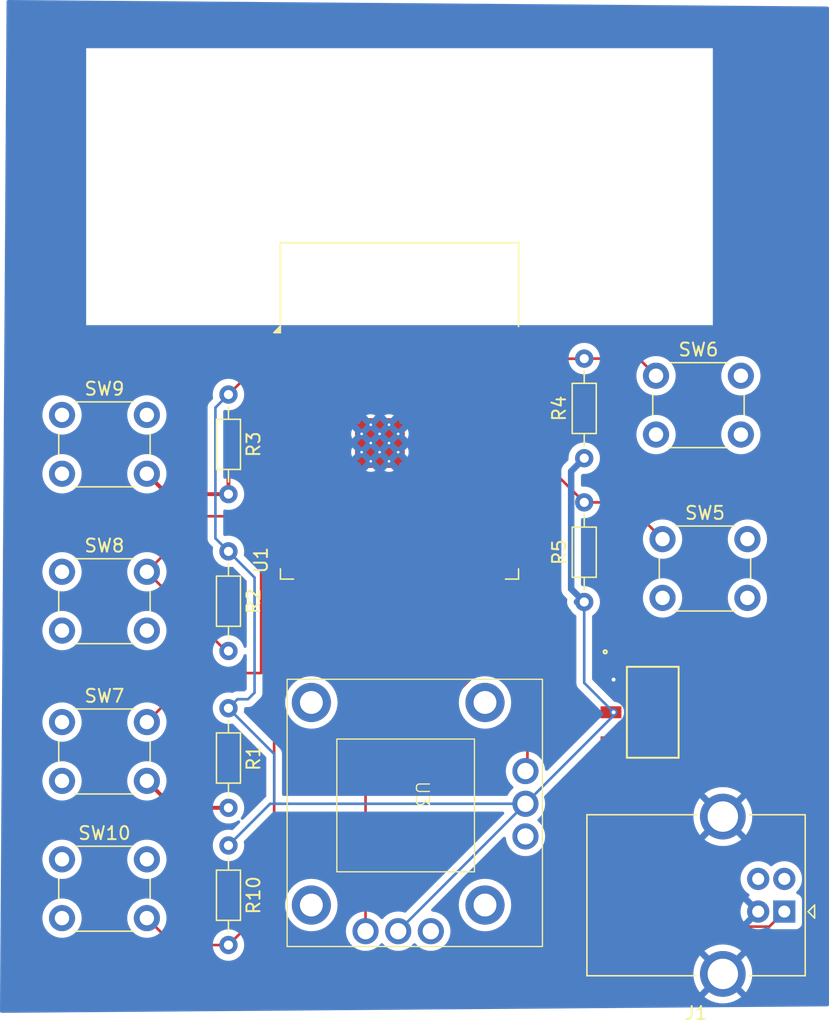
<source format=kicad_pcb>
(kicad_pcb (version 20240108) (generator "pcbnew") (generator_version "8.0")
  (layers (0 "F.Cu" signal) (31 "B.Cu" signal) (34 "B.Paste" user) (35 "F.Paste" user) (36 "B.SilkS" user "B.Silkscreen") (37 "F.SilkS" user "F.Silkscreen") (38 "B.Mask" user) (39 "F.Mask" user) (44 "Edge.Cuts" user))
  (net 0 "")
  (net 1 "GND")
  (net 14 "+3V3")
  (net 16 "Net-(U1-IO35)")
  (net 21 "Net-(U1-IO22)")
  (net 22 "Net-(U1-IO34)")
  (net 26 "Net-(U1-IO23)")
  (net 28 "Net-(U1-IO32)")
  (net 31 "Net-(U1-IO33)")
  (net 33 "Net-(U1-IO16)")
  (net 36 "Net-(U1-IO17)")
  (net 42 "Net-(CR1-VIN)")
  (footprint "Resistor_THT:R_Axial_DIN0204_L3.6mm_D1.6mm_P7.62mm_Horizontal" (layer "F.Cu") (at 82 88.69 -90)
    (property "Reference" "R1" (at 3.81 -1.92 90) (layer "F.SilkS"))
    (property "Value" "10k")
    (fp_line (start 1.89 0.92) (end 5.73 0.92) (stroke (width 0.12)) (layer "F.SilkS"))
    (fp_line (start 5.73 0.92) (end 5.73 -0.92) (stroke (width 0.12)) (layer "F.SilkS"))
    (fp_line (start 0.94 0) (end 1.89 0) (stroke (width 0.12)) (layer "F.SilkS"))
    (fp_line (start 6.68 0) (end 5.73 0) (stroke (width 0.12)) (layer "F.SilkS"))
    (fp_line (start 1.89 -0.92) (end 1.89 0.92) (stroke (width 0.12)) (layer "F.SilkS"))
    (fp_line (start 5.73 -0.92) (end 1.89 -0.92) (stroke (width 0.12)) (layer "F.SilkS"))
    (pad "1" thru_hole circle (at 0 0 270) (size 1.4 1.4) (drill 0.7) (layers "*.Cu" "*.Mask") (net 14 "+3V3"))
    (pad "2" thru_hole oval (at 7.62 0 270) (size 1.4 1.4) (drill 0.7) (layers "*.Cu" "*.Mask") (net 28 "Net-(U1-IO32)"))
  )
  (footprint "RF_Module:ESP32-WROOM-32D" (layer "F.Cu") (at 95.1 68.93)
    (property "Reference" "U1" (at -10.61 8.43 90) (layer "F.SilkS"))
    (property "Value" "ESP32-WROOM-32E")
    (fp_line (start -9.12 -15.86) (end -9.12 -9.7) (stroke (width 0.12)) (layer "F.SilkS"))
    (fp_line (start -9.12 -15.86) (end 9.12 -15.86) (stroke (width 0.12)) (layer "F.SilkS"))
    (fp_line (start -9.12 9.1) (end -9.12 9.88) (stroke (width 0.12)) (layer "F.SilkS"))
    (fp_line (start -9.12 9.88) (end -8.12 9.88) (stroke (width 0.12)) (layer "F.SilkS"))
    (fp_line (start 9.12 -15.86) (end 9.12 -9.445) (stroke (width 0.12)) (layer "F.SilkS"))
    (fp_line (start 9.12 9.1) (end 9.12 9.88) (stroke (width 0.12)) (layer "F.SilkS"))
    (fp_line (start 9.12 9.88) (end 8.12 9.88) (stroke (width 0.12)) (layer "F.SilkS"))
    (fp_poly (pts (xy -9.125 -8.975) (xy -9.625 -8.975) (xy -9.125 -9.475) (xy -9.125 -8.975)) (stroke (width 0.12)) (fill solid) (layer "F.SilkS"))
    (pad "1" smd rect (at -8.75 -8.25) (size 1.5 0.9) (layers "F.Cu" "F.Paste" "F.Mask") (net 1 "GND"))
    (pad "2" smd rect (at -8.75 -6.98) (size 1.5 0.9) (layers "F.Cu" "F.Paste" "F.Mask") (net 14 "+3V3"))
    (pad "3" smd rect (at -8.75 -5.71) (size 1.5 0.9) (layers "F.Cu" "F.Paste" "F.Mask"))
    (pad "4" smd rect (at -8.75 -4.44) (size 1.5 0.9) (layers "F.Cu" "F.Paste" "F.Mask"))
    (pad "5" smd rect (at -8.75 -3.17) (size 1.5 0.9) (layers "F.Cu" "F.Paste" "F.Mask"))
    (pad "6" smd rect (at -8.75 -1.9) (size 1.5 0.9) (layers "F.Cu" "F.Paste" "F.Mask") (net 22 "Net-(U1-IO34)"))
    (pad "7" smd rect (at -8.75 -0.63) (size 1.5 0.9) (layers "F.Cu" "F.Paste" "F.Mask") (net 16 "Net-(U1-IO35)"))
    (pad "8" smd rect (at -8.75 0.64) (size 1.5 0.9) (layers "F.Cu" "F.Paste" "F.Mask") (net 28 "Net-(U1-IO32)"))
    (pad "9" smd rect (at -8.75 1.91) (size 1.5 0.9) (layers "F.Cu" "F.Paste" "F.Mask") (net 31 "Net-(U1-IO33)"))
    (pad "10" smd rect (at -8.75 3.18) (size 1.5 0.9) (layers "F.Cu" "F.Paste" "F.Mask"))
    (pad "11" smd rect (at -8.75 4.45) (size 1.5 0.9) (layers "F.Cu" "F.Paste" "F.Mask"))
    (pad "12" smd rect (at -8.75 5.72) (size 1.5 0.9) (layers "F.Cu" "F.Paste" "F.Mask"))
    (pad "13" smd rect (at -8.75 6.99) (size 1.5 0.9) (layers "F.Cu" "F.Paste" "F.Mask"))
    (pad "14" smd rect (at -8.75 8.26) (size 1.5 0.9) (layers "F.Cu" "F.Paste" "F.Mask"))
    (pad "15" smd rect (at -5.71 9.51 90) (size 1.5 0.9) (layers "F.Cu" "F.Paste" "F.Mask") (net 1 "GND"))
    (pad "16" smd rect (at -4.44 9.51 90) (size 1.5 0.9) (layers "F.Cu" "F.Paste" "F.Mask"))
    (pad "17" smd rect (at -3.17 9.51 90) (size 1.5 0.9) (layers "F.Cu" "F.Paste" "F.Mask"))
    (pad "18" smd rect (at -1.9 9.51 90) (size 1.5 0.9) (layers "F.Cu" "F.Paste" "F.Mask"))
    (pad "19" smd rect (at -0.63 9.51 90) (size 1.5 0.9) (layers "F.Cu" "F.Paste" "F.Mask"))
    (pad "20" smd rect (at 0.64 9.51 90) (size 1.5 0.9) (layers "F.Cu" "F.Paste" "F.Mask"))
    (pad "21" smd rect (at 1.91 9.51 90) (size 1.5 0.9) (layers "F.Cu" "F.Paste" "F.Mask"))
    (pad "22" smd rect (at 3.18 9.51 90) (size 1.5 0.9) (layers "F.Cu" "F.Paste" "F.Mask"))
    (pad "23" smd rect (at 4.45 9.51 90) (size 1.5 0.9) (layers "F.Cu" "F.Paste" "F.Mask"))
    (pad "24" smd rect (at 5.72 9.51 90) (size 1.5 0.9) (layers "F.Cu" "F.Paste" "F.Mask"))
    (pad "25" smd rect (at 8.75 8.26) (size 1.5 0.9) (layers "F.Cu" "F.Paste" "F.Mask"))
    (pad "26" smd rect (at 8.75 6.99) (size 1.5 0.9) (layers "F.Cu" "F.Paste" "F.Mask"))
    (pad "27" smd rect (at 8.75 5.72) (size 1.5 0.9) (layers "F.Cu" "F.Paste" "F.Mask") (net 33 "Net-(U1-IO16)"))
    (pad "28" smd rect (at 8.75 4.45) (size 1.5 0.9) (layers "F.Cu" "F.Paste" "F.Mask") (net 36 "Net-(U1-IO17)"))
    (pad "29" smd rect (at 8.75 3.18) (size 1.5 0.9) (layers "F.Cu" "F.Paste" "F.Mask"))
    (pad "30" smd rect (at 8.75 1.91) (size 1.5 0.9) (layers "F.Cu" "F.Paste" "F.Mask"))
    (pad "31" smd rect (at 8.75 0.64) (size 1.5 0.9) (layers "F.Cu" "F.Paste" "F.Mask"))
    (pad "32" smd rect (at 8.75 -0.63) (size 1.5 0.9) (layers "F.Cu" "F.Paste" "F.Mask"))
    (pad "33" smd rect (at 8.75 -1.9) (size 1.5 0.9) (layers "F.Cu" "F.Paste" "F.Mask"))
    (pad "34" smd rect (at 8.75 -3.17) (size 1.5 0.9) (layers "F.Cu" "F.Paste" "F.Mask"))
    (pad "35" smd rect (at 8.75 -4.44) (size 1.5 0.9) (layers "F.Cu" "F.Paste" "F.Mask"))
    (pad "36" smd rect (at 8.75 -5.71) (size 1.5 0.9) (layers "F.Cu" "F.Paste" "F.Mask") (net 21 "Net-(U1-IO22)"))
    (pad "37" smd rect (at 8.75 -6.98) (size 1.5 0.9) (layers "F.Cu" "F.Paste" "F.Mask") (net 26 "Net-(U1-IO23)"))
    (pad "38" smd rect (at 8.75 -8.25) (size 1.5 0.9) (layers "F.Cu" "F.Paste" "F.Mask") (net 1 "GND"))
    (pad "39" smd rect (at -2.9 -1.93) (size 0.9 0.9) (layers "F.Cu" "F.Paste") (net 1 "GND"))
    (pad "39" thru_hole circle (at -2.9 -1.23) (size 0.6 0.6) (drill 0.2) (property pad_prop_heatsink) (layers "*.Cu" "F.Mask") (net 1 "GND"))
    (pad "39" smd rect (at -2.9 -0.53) (size 0.9 0.9) (layers "F.Cu" "F.Paste") (net 1 "GND"))
    (pad "39" thru_hole circle (at -2.9 0.17) (size 0.6 0.6) (drill 0.2) (property pad_prop_heatsink) (layers "*.Cu" "F.Mask") (net 1 "GND"))
    (pad "39" smd rect (at -2.9 0.87) (size 0.9 0.9) (layers "F.Cu" "F.Paste") (net 1 "GND"))
    (pad "39" thru_hole circle (at -2.2 -1.93) (size 0.6 0.6) (drill 0.2) (property pad_prop_heatsink) (layers "*.Cu" "F.Mask") (net 1 "GND"))
    (pad "39" thru_hole circle (at -2.2 -0.53) (size 0.6 0.6) (drill 0.2) (property pad_prop_heatsink) (layers "*.Cu" "F.Mask") (net 1 "GND"))
    (pad "39" thru_hole circle (at -2.2 0.87) (size 0.6 0.6) (drill 0.2) (property pad_prop_heatsink) (layers "*.Cu" "F.Mask") (net 1 "GND"))
    (pad "39" thru_hole circle (at -1.525 -1.23) (size 0.6 0.6) (drill 0.2) (property pad_prop_heatsink) (layers "*.Cu" "F.Mask") (net 1 "GND"))
    (pad "39" thru_hole circle (at -1.525 0.17) (size 0.6 0.6) (drill 0.2) (property pad_prop_heatsink) (layers "*.Cu" "F.Mask") (net 1 "GND"))
    (pad "39" smd rect (at -1.5 -1.93) (size 0.9 0.9) (layers "F.Cu" "F.Paste") (net 1 "GND"))
    (pad "39" smd rect (at -1.5 -0.53) (size 0.9 0.9) (layers "F.Cu" "F.Paste") (net 1 "GND"))
    (pad "39" smd rect (at -1.5 -0.53) (size 3.8 3.8) (layers "F.Cu" "F.Mask") (net 1 "GND"))
    (pad "39" smd rect (at -1.5 0.87) (size 0.9 0.9) (layers "F.Cu" "F.Paste") (net 1 "GND"))
    (pad "39" thru_hole circle (at -0.8 -1.93) (size 0.6 0.6) (drill 0.2) (property pad_prop_heatsink) (layers "*.Cu" "F.Mask") (net 1 "GND"))
    (pad "39" thru_hole circle (at -0.8 -0.53) (size 0.6 0.6) (drill 0.2) (property pad_prop_heatsink) (layers "*.Cu" "F.Mask") (net 1 "GND"))
    (pad "39" thru_hole circle (at -0.8 0.87) (size 0.6 0.6) (drill 0.2) (property pad_prop_heatsink) (layers "*.Cu" "F.Mask") (net 1 "GND"))
    (pad "39" smd rect (at -0.1 -1.93) (size 0.9 0.9) (layers "F.Cu" "F.Paste") (net 1 "GND"))
    (pad "39" thru_hole circle (at -0.1 -1.23) (size 0.6 0.6) (drill 0.2) (property pad_prop_heatsink) (layers "*.Cu" "F.Mask") (net 1 "GND"))
    (pad "39" smd rect (at -0.1 -0.53) (size 0.9 0.9) (layers "F.Cu" "F.Paste") (net 1 "GND"))
    (pad "39" thru_hole circle (at -0.1 0.17) (size 0.6 0.6) (drill 0.2) (property pad_prop_heatsink) (layers "*.Cu" "F.Mask") (net 1 "GND"))
    (pad "39" smd rect (at -0.1 0.87) (size 0.9 0.9) (layers "F.Cu" "F.Paste") (net 1 "GND"))
    (zone (net 0) (net_name "") (layers "*.Cu") (connect_pads (clearance 0)) (min_thickness 0.254)
      (keepout (tracks not_allowed) (vias not_allowed) (pads not_allowed) (copperpour not_allowed) (footprints not_allowed))
      (fill (thermal_gap 0.508) (thermal_bridge_width 0.508))
      (polygon (pts (xy 71.1 59.38) (xy 119.1 59.38) (xy 119.1 38.19) (xy 71.1 38.19)))
    )
  )
  (footprint "Button_Switch_THT:SW_PUSH_6mm_H5mm" (layer "F.Cu") (at 69.25 89.75)
    (property "Reference" "SW7" (at 3.25 -2 0) (layer "F.SilkS"))
    (property "Value" "ramie_1")
    (fp_line (start -0.25 1.5) (end -0.25 3) (stroke (width 0.12)) (layer "F.SilkS"))
    (fp_line (start 1 5.5) (end 5.5 5.5) (stroke (width 0.12)) (layer "F.SilkS"))
    (fp_line (start 5.5 -1) (end 1 -1) (stroke (width 0.12)) (layer "F.SilkS"))
    (fp_line (start 6.75 3) (end 6.75 1.5) (stroke (width 0.12)) (layer "F.SilkS"))
    (pad "1" thru_hole circle (at 0 0 90) (size 2 2) (drill 1.1) (layers "*.Cu" "*.Mask") (net 28 "Net-(U1-IO32)"))
    (pad "1" thru_hole circle (at 6.5 0 90) (size 2 2) (drill 1.1) (layers "*.Cu" "*.Mask") (net 28 "Net-(U1-IO32)"))
    (pad "2" thru_hole circle (at 0 4.5 90) (size 2 2) (drill 1.1) (layers "*.Cu" "*.Mask") (net 28 "Net-(U1-IO32)"))
    (pad "2" thru_hole circle (at 6.5 4.5 90) (size 2 2) (drill 1.1) (layers "*.Cu" "*.Mask") (net 28 "Net-(U1-IO32)"))
  )
  (footprint "Button_Switch_THT:SW_PUSH_6mm_H5mm" (layer "F.Cu") (at 69.25 66.25)
    (property "Reference" "SW9" (at 3.25 -2 0) (layer "F.SilkS"))
    (property "Value" "ramie_3")
    (fp_line (start -0.25 1.5) (end -0.25 3) (stroke (width 0.12)) (layer "F.SilkS"))
    (fp_line (start 1 5.5) (end 5.5 5.5) (stroke (width 0.12)) (layer "F.SilkS"))
    (fp_line (start 5.5 -1) (end 1 -1) (stroke (width 0.12)) (layer "F.SilkS"))
    (fp_line (start 6.75 3) (end 6.75 1.5) (stroke (width 0.12)) (layer "F.SilkS"))
    (pad "1" thru_hole circle (at 0 0 90) (size 2 2) (drill 1.1) (layers "*.Cu" "*.Mask") (net 22 "Net-(U1-IO34)"))
    (pad "1" thru_hole circle (at 6.5 0 90) (size 2 2) (drill 1.1) (layers "*.Cu" "*.Mask") (net 22 "Net-(U1-IO34)"))
    (pad "2" thru_hole circle (at 0 4.5 90) (size 2 2) (drill 1.1) (layers "*.Cu" "*.Mask") (net 22 "Net-(U1-IO34)"))
    (pad "2" thru_hole circle (at 6.5 4.5 90) (size 2 2) (drill 1.1) (layers "*.Cu" "*.Mask") (net 22 "Net-(U1-IO34)"))
  )
  (footprint "Button_Switch_THT:SW_PUSH_6mm_H5mm" (layer "F.Cu") (at 69.25 78.25)
    (property "Reference" "SW8" (at 3.25 -2 0) (layer "F.SilkS"))
    (property "Value" "ramie_2")
    (fp_line (start -0.25 1.5) (end -0.25 3) (stroke (width 0.12)) (layer "F.SilkS"))
    (fp_line (start 1 5.5) (end 5.5 5.5) (stroke (width 0.12)) (layer "F.SilkS"))
    (fp_line (start 5.5 -1) (end 1 -1) (stroke (width 0.12)) (layer "F.SilkS"))
    (fp_line (start 6.75 3) (end 6.75 1.5) (stroke (width 0.12)) (layer "F.SilkS"))
    (pad "1" thru_hole circle (at 0 0 90) (size 2 2) (drill 1.1) (layers "*.Cu" "*.Mask") (net 16 "Net-(U1-IO35)"))
    (pad "1" thru_hole circle (at 6.5 0 90) (size 2 2) (drill 1.1) (layers "*.Cu" "*.Mask") (net 16 "Net-(U1-IO35)"))
    (pad "2" thru_hole circle (at 0 4.5 90) (size 2 2) (drill 1.1) (layers "*.Cu" "*.Mask") (net 16 "Net-(U1-IO35)"))
    (pad "2" thru_hole circle (at 6.5 4.5 90) (size 2 2) (drill 1.1) (layers "*.Cu" "*.Mask") (net 16 "Net-(U1-IO35)"))
  )
  (footprint "Resistor_THT:R_Axial_DIN0204_L3.6mm_D1.6mm_P7.62mm_Horizontal" (layer "F.Cu") (at 82 76.69 -90)
    (property "Reference" "R2" (at 3.81 -1.92 90) (layer "F.SilkS"))
    (property "Value" "10k")
    (fp_line (start 1.89 0.92) (end 5.73 0.92) (stroke (width 0.12)) (layer "F.SilkS"))
    (fp_line (start 5.73 0.92) (end 5.73 -0.92) (stroke (width 0.12)) (layer "F.SilkS"))
    (fp_line (start 0.94 0) (end 1.89 0) (stroke (width 0.12)) (layer "F.SilkS"))
    (fp_line (start 6.68 0) (end 5.73 0) (stroke (width 0.12)) (layer "F.SilkS"))
    (fp_line (start 1.89 -0.92) (end 1.89 0.92) (stroke (width 0.12)) (layer "F.SilkS"))
    (fp_line (start 5.73 -0.92) (end 1.89 -0.92) (stroke (width 0.12)) (layer "F.SilkS"))
    (pad "1" thru_hole circle (at 0 0 270) (size 1.4 1.4) (drill 0.7) (layers "*.Cu" "*.Mask") (net 14 "+3V3"))
    (pad "2" thru_hole oval (at 7.62 0 270) (size 1.4 1.4) (drill 0.7) (layers "*.Cu" "*.Mask") (net 16 "Net-(U1-IO35)"))
  )
  (footprint "Button_Switch_THT:SW_PUSH_6mm_H5mm" (layer "F.Cu") (at 69.25 100.25)
    (property "Reference" "SW10" (at 3.25 -2 0) (layer "F.SilkS"))
    (property "Value" "ramie_4")
    (fp_line (start -0.25 1.5) (end -0.25 3) (stroke (width 0.12)) (layer "F.SilkS"))
    (fp_line (start 1 5.5) (end 5.5 5.5) (stroke (width 0.12)) (layer "F.SilkS"))
    (fp_line (start 5.5 -1) (end 1 -1) (stroke (width 0.12)) (layer "F.SilkS"))
    (fp_line (start 6.75 3) (end 6.75 1.5) (stroke (width 0.12)) (layer "F.SilkS"))
    (pad "1" thru_hole circle (at 0 0 90) (size 2 2) (drill 1.1) (layers "*.Cu" "*.Mask") (net 31 "Net-(U1-IO33)"))
    (pad "1" thru_hole circle (at 6.5 0 90) (size 2 2) (drill 1.1) (layers "*.Cu" "*.Mask") (net 31 "Net-(U1-IO33)"))
    (pad "2" thru_hole circle (at 0 4.5 90) (size 2 2) (drill 1.1) (layers "*.Cu" "*.Mask") (net 31 "Net-(U1-IO33)"))
    (pad "2" thru_hole circle (at 6.5 4.5 90) (size 2 2) (drill 1.1) (layers "*.Cu" "*.Mask") (net 31 "Net-(U1-IO33)"))
  )
  (footprint "footprints:SOT-223_STM" (layer "F.Cu") (at 114.5 89 -90)
    (property "Reference" "CR1" (hide yes))
    (property "Value" "LD1117STR")
    (fp_poly (pts (xy 1.6002 -4.0005) (xy -1.6002 -4.0005) (xy -1.6002 -2.4003) (xy 1.6002 -2.4003)) (fill solid) (layer "F.Cu"))
    (fp_line (start -3.4798 1.9812) (end 3.4798 1.9812) (stroke (width 0.1524)) (layer "F.SilkS"))
    (fp_line (start 3.4798 1.9812) (end 3.4798 -1.9812) (stroke (width 0.1524)) (layer "F.SilkS"))
    (fp_line (start -3.4798 -1.9812) (end -3.4798 1.9812) (stroke (width 0.1524)) (layer "F.SilkS"))
    (fp_line (start 3.4798 -1.9812) (end -3.4798 -1.9812) (stroke (width 0.1524)) (layer "F.SilkS"))
    (fp_circle (center -4.6228 3.6449) (end -4.4958 3.6449) (stroke (width 0.1524)) (fill none) (layer "F.SilkS"))
    (pad "1" smd rect (at -2.3 3.2004 270) (size 0.9144 1.6002) (layers "F.Cu" "F.Paste" "F.Mask") (net 1 "GND"))
    (pad "2" smd rect (at 0 3.2004 270) (size 0.9144 1.6002) (layers "F.Cu" "F.Paste" "F.Mask") (net 14 "+3V3"))
    (pad "3" smd rect (at 2.3 3.2004 270) (size 0.9144 1.6002) (layers "F.Cu" "F.Paste" "F.Mask") (net 42 "Net-(CR1-VIN)"))
  )
  (footprint "Resistor_THT:R_Axial_DIN0204_L3.6mm_D1.6mm_P7.62mm_Horizontal" (layer "F.Cu") (at 109.25 80.56 90)
    (property "Reference" "R5" (at 3.81 -1.92 -90) (layer "F.SilkS"))
    (property "Value" "10k")
    (fp_line (start 5.73 -0.92) (end 1.89 -0.92) (stroke (width 0.12)) (layer "F.SilkS"))
    (fp_line (start 1.89 -0.92) (end 1.89 0.92) (stroke (width 0.12)) (layer "F.SilkS"))
    (fp_line (start 6.68 0) (end 5.73 0) (stroke (width 0.12)) (layer "F.SilkS"))
    (fp_line (start 0.94 0) (end 1.89 0) (stroke (width 0.12)) (layer "F.SilkS"))
    (fp_line (start 5.73 0.92) (end 5.73 -0.92) (stroke (width 0.12)) (layer "F.SilkS"))
    (fp_line (start 1.89 0.92) (end 5.73 0.92) (stroke (width 0.12)) (layer "F.SilkS"))
    (pad "1" thru_hole circle (at 0 0 90) (size 1.4 1.4) (drill 0.7) (layers "*.Cu" "*.Mask") (net 14 "+3V3"))
    (pad "2" thru_hole oval (at 7.62 0 90) (size 1.4 1.4) (drill 0.7) (layers "*.Cu" "*.Mask") (net 21 "Net-(U1-IO22)"))
  )
  (footprint "Connector_USB:USB_B_OST_USB-B1HSxx_Horizontal" (layer "F.Cu") (at 124.5775 104.25 180)
    (property "Reference" "J1" (at 6.76 -7.77 180) (layer "F.SilkS"))
    (property "Value" "USB_B")
    (fp_line (start 15.12 7.41) (end 6.76 7.41) (stroke (width 0.12)) (layer "F.SilkS"))
    (fp_line (start 15.12 -4.91) (end 15.12 7.41) (stroke (width 0.12)) (layer "F.SilkS"))
    (fp_line (start 6.76 -4.91) (end 15.12 -4.91) (stroke (width 0.12)) (layer "F.SilkS"))
    (fp_line (start 2.66 -4.91) (end -1.6 -4.91) (stroke (width 0.12)) (layer "F.SilkS"))
    (fp_line (start -1.6 7.41) (end 2.66 7.41) (stroke (width 0.12)) (layer "F.SilkS"))
    (fp_line (start -1.6 -4.91) (end -1.6 7.41) (stroke (width 0.12)) (layer "F.SilkS"))
    (fp_line (start -1.82 0) (end -2.32 -0.5) (stroke (width 0.12)) (layer "F.SilkS"))
    (fp_line (start -2.32 0.5) (end -1.82 0) (stroke (width 0.12)) (layer "F.SilkS"))
    (fp_line (start -2.32 -0.5) (end -2.32 0.5) (stroke (width 0.12)) (layer "F.SilkS"))
    (pad "1" thru_hole rect (at 0 0 180) (size 1.7 1.7) (drill 0.92) (layers "*.Cu" "*.Mask") (net 42 "Net-(CR1-VIN)"))
    (pad "2" thru_hole circle (at 0 2.5 180) (size 1.7 1.7) (drill 0.92) (layers "*.Cu" "*.Mask"))
    (pad "3" thru_hole circle (at 2 2.5 180) (size 1.7 1.7) (drill 0.92) (layers "*.Cu" "*.Mask"))
    (pad "4" thru_hole circle (at 2 0 180) (size 1.7 1.7) (drill 0.92) (layers "*.Cu" "*.Mask") (net 1 "GND"))
    (pad "5" thru_hole circle (at 4.71 -4.77 180) (size 3.5 3.5) (drill 2.33) (layers "*.Cu" "*.Mask") (net 1 "GND"))
    (pad "5" thru_hole circle (at 4.71 7.27 180) (size 3.5 3.5) (drill 2.33) (layers "*.Cu" "*.Mask") (net 1 "GND"))
  )
  (footprint "3D161:3D161" (layer "F.Cu") (at 95 96 -90)
    (property "Reference" "U3" (at -0.75 -1.85 -90) (layer "F.SilkS") (effects (font (thickness 0.1))))
    (property "Value" "~")
    (fp_rect (start -4.953 -5.842) (end 5.207 4.699) (stroke (width 0.1)) (fill none) (layer "F.SilkS"))
    (fp_rect (start -9.525 -11.049) (end 10.922 8.509) (stroke (width 0.1)) (fill none) (layer "F.SilkS"))
    (pad "1" thru_hole circle (at -2.5 -9.75 270) (size 2 2) (drill 1.25) (layers "*.Cu" "*.Mask") (net 33 "Net-(U1-IO16)"))
    (pad "2" thru_hole circle (at 0 -9.75 270) (size 2 2) (drill 1.25) (layers "*.Cu" "*.Mask") (net 14 "+3V3"))
    (pad "3" thru_hole circle (at 2.5 -9.75 270) (size 2 2) (drill 1.25) (layers "*.Cu" "*.Mask"))
    (pad "4" thru_hole circle (at 9.75 -2.5 270) (size 2 2) (drill 1.25) (layers "*.Cu" "*.Mask"))
    (pad "5" thru_hole circle (at 9.75 0 270) (size 2 2) (drill 1.25) (layers "*.Cu" "*.Mask") (net 14 "+3V3"))
    (pad "6" thru_hole circle (at 9.75 2.5 270) (size 2 2) (drill 1.25) (layers "*.Cu" "*.Mask") (net 36 "Net-(U1-IO17)"))
    (pad "7" thru_hole circle (at -7.75 -6.65 270) (size 3 3) (drill 1.75) (layers "*.Cu" "*.Mask"))
    (pad "7" thru_hole circle (at -7.75 6.65 270) (size 3 3) (drill 1.75) (layers "*.Cu" "*.Mask"))
    (pad "7" thru_hole circle (at 7.75 -6.65 270) (size 3 3) (drill 1.75) (layers "*.Cu" "*.Mask"))
    (pad "7" thru_hole circle (at 7.75 6.65 270) (size 3 3) (drill 1.75) (layers "*.Cu" "*.Mask"))
  )
  (footprint "Button_Switch_THT:SW_PUSH_6mm_H5mm" (layer "F.Cu") (at 115.25 75.75)
    (property "Reference" "SW5" (at 3.25 -2 0) (layer "F.SilkS"))
    (property "Value" "START_start")
    (fp_line (start -0.25 1.5) (end -0.25 3) (stroke (width 0.12)) (layer "F.SilkS"))
    (fp_line (start 1 5.5) (end 5.5 5.5) (stroke (width 0.12)) (layer "F.SilkS"))
    (fp_line (start 5.5 -1) (end 1 -1) (stroke (width 0.12)) (layer "F.SilkS"))
    (fp_line (start 6.75 3) (end 6.75 1.5) (stroke (width 0.12)) (layer "F.SilkS"))
    (pad "1" thru_hole circle (at 0 0 90) (size 2 2) (drill 1.1) (layers "*.Cu" "*.Mask") (net 21 "Net-(U1-IO22)"))
    (pad "1" thru_hole circle (at 6.5 0 90) (size 2 2) (drill 1.1) (layers "*.Cu" "*.Mask") (net 21 "Net-(U1-IO22)"))
    (pad "2" thru_hole circle (at 0 4.5 90) (size 2 2) (drill 1.1) (layers "*.Cu" "*.Mask") (net 21 "Net-(U1-IO22)"))
    (pad "2" thru_hole circle (at 6.5 4.5 90) (size 2 2) (drill 1.1) (layers "*.Cu" "*.Mask") (net 21 "Net-(U1-IO22)"))
  )
  (footprint "Resistor_THT:R_Axial_DIN0204_L3.6mm_D1.6mm_P7.62mm_Horizontal" (layer "F.Cu") (at 82 64.69 -90)
    (property "Reference" "R3" (at 3.81 -1.92 90) (layer "F.SilkS"))
    (property "Value" "10k")
    (fp_line (start 1.89 0.92) (end 5.73 0.92) (stroke (width 0.12)) (layer "F.SilkS"))
    (fp_line (start 5.73 0.92) (end 5.73 -0.92) (stroke (width 0.12)) (layer "F.SilkS"))
    (fp_line (start 0.94 0) (end 1.89 0) (stroke (width 0.12)) (layer "F.SilkS"))
    (fp_line (start 6.68 0) (end 5.73 0) (stroke (width 0.12)) (layer "F.SilkS"))
    (fp_line (start 1.89 -0.92) (end 1.89 0.92) (stroke (width 0.12)) (layer "F.SilkS"))
    (fp_line (start 5.73 -0.92) (end 1.89 -0.92) (stroke (width 0.12)) (layer "F.SilkS"))
    (pad "1" thru_hole circle (at 0 0 270) (size 1.4 1.4) (drill 0.7) (layers "*.Cu" "*.Mask") (net 14 "+3V3"))
    (pad "2" thru_hole oval (at 7.62 0 270) (size 1.4 1.4) (drill 0.7) (layers "*.Cu" "*.Mask") (net 22 "Net-(U1-IO34)"))
  )
  (footprint "Resistor_THT:R_Axial_DIN0204_L3.6mm_D1.6mm_P7.62mm_Horizontal" (layer "F.Cu") (at 82 99.19 -90)
    (property "Reference" "R10" (at 3.81 -1.92 90) (layer "F.SilkS"))
    (property "Value" "10k")
    (fp_line (start 1.89 0.92) (end 5.73 0.92) (stroke (width 0.12)) (layer "F.SilkS"))
    (fp_line (start 5.73 0.92) (end 5.73 -0.92) (stroke (width 0.12)) (layer "F.SilkS"))
    (fp_line (start 0.94 0) (end 1.89 0) (stroke (width 0.12)) (layer "F.SilkS"))
    (fp_line (start 6.68 0) (end 5.73 0) (stroke (width 0.12)) (layer "F.SilkS"))
    (fp_line (start 1.89 -0.92) (end 1.89 0.92) (stroke (width 0.12)) (layer "F.SilkS"))
    (fp_line (start 5.73 -0.92) (end 1.89 -0.92) (stroke (width 0.12)) (layer "F.SilkS"))
    (pad "1" thru_hole circle (at 0 0 270) (size 1.4 1.4) (drill 0.7) (layers "*.Cu" "*.Mask") (net 14 "+3V3"))
    (pad "2" thru_hole oval (at 7.62 0 270) (size 1.4 1.4) (drill 0.7) (layers "*.Cu" "*.Mask") (net 31 "Net-(U1-IO33)"))
  )
  (footprint "Button_Switch_THT:SW_PUSH_6mm_H5mm" (layer "F.Cu") (at 114.75 63.25)
    (property "Reference" "SW6" (at 3.25 -2 0) (layer "F.SilkS"))
    (property "Value" "START_stop")
    (fp_line (start -0.25 1.5) (end -0.25 3) (stroke (width 0.12)) (layer "F.SilkS"))
    (fp_line (start 1 5.5) (end 5.5 5.5) (stroke (width 0.12)) (layer "F.SilkS"))
    (fp_line (start 5.5 -1) (end 1 -1) (stroke (width 0.12)) (layer "F.SilkS"))
    (fp_line (start 6.75 3) (end 6.75 1.5) (stroke (width 0.12)) (layer "F.SilkS"))
    (pad "1" thru_hole circle (at 0 0 90) (size 2 2) (drill 1.1) (layers "*.Cu" "*.Mask") (net 26 "Net-(U1-IO23)"))
    (pad "1" thru_hole circle (at 6.5 0 90) (size 2 2) (drill 1.1) (layers "*.Cu" "*.Mask") (net 26 "Net-(U1-IO23)"))
    (pad "2" thru_hole circle (at 0 4.5 90) (size 2 2) (drill 1.1) (layers "*.Cu" "*.Mask") (net 26 "Net-(U1-IO23)"))
    (pad "2" thru_hole circle (at 6.5 4.5 90) (size 2 2) (drill 1.1) (layers "*.Cu" "*.Mask") (net 26 "Net-(U1-IO23)"))
  )
  (footprint "Resistor_THT:R_Axial_DIN0204_L3.6mm_D1.6mm_P7.62mm_Horizontal" (layer "F.Cu") (at 109.25 69.56 90)
    (property "Reference" "R4" (at 3.81 -1.92 -90) (layer "F.SilkS"))
    (property "Value" "10k")
    (fp_line (start 5.73 -0.92) (end 1.89 -0.92) (stroke (width 0.12)) (layer "F.SilkS"))
    (fp_line (start 1.89 -0.92) (end 1.89 0.92) (stroke (width 0.12)) (layer "F.SilkS"))
    (fp_line (start 6.68 0) (end 5.73 0) (stroke (width 0.12)) (layer "F.SilkS"))
    (fp_line (start 0.94 0) (end 1.89 0) (stroke (width 0.12)) (layer "F.SilkS"))
    (fp_line (start 5.73 0.92) (end 5.73 -0.92) (stroke (width 0.12)) (layer "F.SilkS"))
    (fp_line (start 1.89 0.92) (end 5.73 0.92) (stroke (width 0.12)) (layer "F.SilkS"))
    (pad "1" thru_hole circle (at 0 0 90) (size 1.4 1.4) (drill 0.7) (layers "*.Cu" "*.Mask") (net 14 "+3V3"))
    (pad "2" thru_hole oval (at 7.62 0 90) (size 1.4 1.4) (drill 0.7) (layers "*.Cu" "*.Mask") (net 26 "Net-(U1-IO23)"))
  )
  (via (at 111.5 86.5) (size 0.6) (drill 0.3) (layers "F.Cu" "B.Cu") (net 1))
  (segment (start 86.35 61.95) (end 84.74 61.95) (width 0.2) (layer "F.Cu") (net 14))
  (segment (start 84.74 61.95) (end 82 64.69) (width 0.2) (layer "F.Cu") (net 14))
  (via (at 111.5 89) (size 0.6) (drill 0.3) (layers "F.Cu" "B.Cu") (net 14))
  (segment (start 111.5 89) (end 109.25 86.75) (width 0.2) (layer "B.Cu") (net 14))
  (segment (start 109.25 80.56) (end 108.25 79.56) (width 0.5) (layer "B.Cu") (net 14))
  (segment (start 81 75.69) (end 81 65.69) (width 0.2) (layer "B.Cu") (net 14))
  (segment (start 85.19 96) (end 82 99.19) (width 0.2) (layer "B.Cu") (net 14))
  (segment (start 82.69 88) (end 83.5 88) (width 0.2) (layer "B.Cu") (net 14))
  (segment (start 85.5 96) (end 85.5 92.19) (width 0.2) (layer "B.Cu") (net 14))
  (segment (start 108.69 80.56) (end 109.25 80.56) (width 0.5) (layer "B.Cu") (net 14))
  (segment (start 83.5 88) (end 84 87.5) (width 0.2) (layer "B.Cu") (net 14))
  (segment (start 85.5 92.19) (end 82 88.69) (width 0.2) (layer "B.Cu") (net 14))
  (segment (start 109.25 86.75) (end 109.25 80.56) (width 0.2) (layer "B.Cu") (net 14))
  (segment (start 104.75 96) (end 95 105.75) (width 0.2) (layer "B.Cu") (net 14))
  (segment (start 84 78.69) (end 82 76.69) (width 0.2) (layer "B.Cu") (net 14))
  (segment (start 108.25 70.56) (end 109.25 69.56) (width 0.5) (layer "B.Cu") (net 14))
  (segment (start 81 65.69) (end 82 64.69) (width 0.2) (layer "B.Cu") (net 14))
  (segment (start 111.5 89) (end 111.5 89.25) (width 0.2) (layer "B.Cu") (net 14))
  (segment (start 84 87.5) (end 84 78.69) (width 0.2) (layer "B.Cu") (net 14))
  (segment (start 108.25 79.56) (end 108.25 70.56) (width 0.5) (layer "B.Cu") (net 14))
  (segment (start 104.75 96) (end 85.5 96) (width 0.2) (layer "B.Cu") (net 14))
  (segment (start 82 76.69) (end 81 75.69) (width 0.2) (layer "B.Cu") (net 14))
  (segment (start 82 88.69) (end 82.69 88) (width 0.2) (layer "B.Cu") (net 14))
  (segment (start 111.5 89.25) (end 104.75 96) (width 0.2) (layer "B.Cu") (net 14))
  (segment (start 85.5 96) (end 85.19 96) (width 0.2) (layer "B.Cu") (net 14))
  (segment (start 83 74) (end 84 73) (width 0.2) (layer "F.Cu") (net 16))
  (segment (start 85.4 68.3) (end 86.35 68.3) (width 0.2) (layer "F.Cu") (net 16))
  (segment (start 81.81 84.31) (end 82 84.31) (width 0.2) (layer "F.Cu") (net 16))
  (segment (start 84 73) (end 84 69.7) (width 0.2) (layer "F.Cu") (net 16))
  (segment (start 75.75 78.25) (end 80 74) (width 0.2) (layer "F.Cu") (net 16))
  (segment (start 84 69.7) (end 85.4 68.3) (width 0.2) (layer "F.Cu") (net 16))
  (segment (start 80 74) (end 83 74) (width 0.2) (layer "F.Cu") (net 16))
  (segment (start 75.75 78.25) (end 81.81 84.31) (width 0.2) (layer "F.Cu") (net 16))
  (segment (start 112.44 72.94) (end 115.25 75.75) (width 0.2) (layer "F.Cu") (net 21))
  (segment (start 109.25 72.94) (end 106 69.69) (width 0.2) (layer "F.Cu") (net 21))
  (segment (start 109.25 72.94) (end 112.44 72.94) (width 0.2) (layer "F.Cu") (net 21))
  (segment (start 106 69.69) (end 106 63.5) (width 0.2) (layer "F.Cu") (net 21))
  (segment (start 105.72 63.22) (end 103.85 63.22) (width 0.2) (layer "F.Cu") (net 21))
  (segment (start 106 63.5) (end 105.72 63.22) (width 0.2) (layer "F.Cu") (net 21))
  (segment (start 82 72.31) (end 77.31 72.31) (width 0.3) (layer "F.Cu") (net 22))
  (segment (start 77.31 72.31) (end 75.75 70.75) (width 0.3) (layer "F.Cu") (net 22))
  (segment (start 85.3 67.03) (end 86.35 67.03) (width 0.3) (layer "F.Cu") (net 22))
  (segment (start 82 72.31) (end 82 70.33) (width 0.3) (layer "F.Cu") (net 22))
  (segment (start 82 70.33) (end 85.3 67.03) (width 0.3) (layer "F.Cu") (net 22))
  (segment (start 113.44 61.94) (end 114.75 63.25) (width 0.2) (layer "F.Cu") (net 26))
  (segment (start 109.24 61.95) (end 109.25 61.94) (width 0.2) (layer "F.Cu") (net 26))
  (segment (start 103.85 61.95) (end 109.24 61.95) (width 0.2) (layer "F.Cu") (net 26))
  (segment (start 109.25 61.94) (end 113.44 61.94) (width 0.2) (layer "F.Cu") (net 26))
  (segment (start 75.75 89.75) (end 79.5 86) (width 0.2) (layer "F.Cu") (net 28))
  (segment (start 77.81 96.31) (end 75.75 94.25) (width 0.3) (layer "F.Cu") (net 28))
  (segment (start 84.5 86) (end 84.5 70.47) (width 0.2) (layer "F.Cu") (net 28))
  (segment (start 82 96.31) (end 77.81 96.31) (width 0.3) (layer "F.Cu") (net 28))
  (segment (start 79.5 86) (end 84.5 86) (width 0.2) (layer "F.Cu") (net 28))
  (segment (start 85.4 69.57) (end 86.35 69.57) (width 0.2) (layer "F.Cu") (net 28))
  (segment (start 84.5 70.47) (end 85.4 69.57) (width 0.2) (layer "F.Cu") (net 28))
  (segment (start 88 77.5) (end 88 71.5) (width 0.2) (layer "F.Cu") (net 31))
  (segment (start 87.34 70.84) (end 86.35 70.84) (width 0.2) (layer "F.Cu") (net 31))
  (segment (start 77.81 106.81) (end 82 106.81) (width 0.2) (layer "F.Cu") (net 31))
  (segment (start 75.75 104.75) (end 77.81 106.81) (width 0.2) (layer "F.Cu") (net 31))
  (segment (start 85.5 103.31) (end 85.5 79.5) (width 0.2) (layer "F.Cu") (net 31))
  (segment (start 82 106.81) (end 85.5 103.31) (width 0.2) (layer "F.Cu") (net 31))
  (segment (start 85.5 79.5) (end 86 79.5) (width 0.2) (layer "F.Cu") (net 31))
  (segment (start 88 71.5) (end 87.34 70.84) (width 0.2) (layer "F.Cu") (net 31))
  (segment (start 86 79.5) (end 88 77.5) (width 0.2) (layer "F.Cu") (net 31))
  (segment (start 104.9 93.35) (end 104.75 93.5) (width 0.2) (layer "F.Cu") (net 33))
  (segment (start 103.85 74.65) (end 104.38 74.65) (width 0.2) (layer "F.Cu") (net 33))
  (segment (start 104.38 74.65) (end 104.9 75.17) (width 0.2) (layer "F.Cu") (net 33))
  (segment (start 104.9 75.17) (end 104.9 93.35) (width 0.2) (layer "F.Cu") (net 33))
  (segment (start 103.85 73.38) (end 102.9 73.38) (width 0.2) (layer "F.Cu") (net 36))
  (segment (start 101.57 74.71) (end 101.57 85.43) (width 0.2) (layer "F.Cu") (net 36))
  (segment (start 102.9 73.38) (end 101.57 74.71) (width 0.2) (layer "F.Cu") (net 36))
  (segment (start 101.57 85.43) (end 92.5 94.5) (width 0.2) (layer "F.Cu") (net 36))
  (segment (start 92.5 94.5) (end 92.5 105.75) (width 0.2) (layer "F.Cu") (net 36))
  (segment (start 123.4275 105.4) (end 121.4 105.4) (width 0.2) (layer "F.Cu") (net 42))
  (segment (start 121.4 105.4) (end 111.2996 95.2996) (width 0.2) (layer "F.Cu") (net 42))
  (segment (start 111.2996 95.2996) (end 111.2996 91.3) (width 0.2) (layer "F.Cu") (net 42))
  (segment (start 124.5775 104.25) (end 123.4275 105.4) (width 0.2) (layer "F.Cu") (net 42))
  (zone (net 1) (net_name "GND") (layer "B.Cu") (connect_pads (clearance 0.5)) (min_thickness 0.25) (fill yes (thermal_gap 0.5) (thermal_bridge_width 0.5))
    (polygon (pts (xy 65 35) (xy 64.5 112) (xy 128 111.5) (xy 128 35) (xy 65 34.5)))
  )
)
</source>
